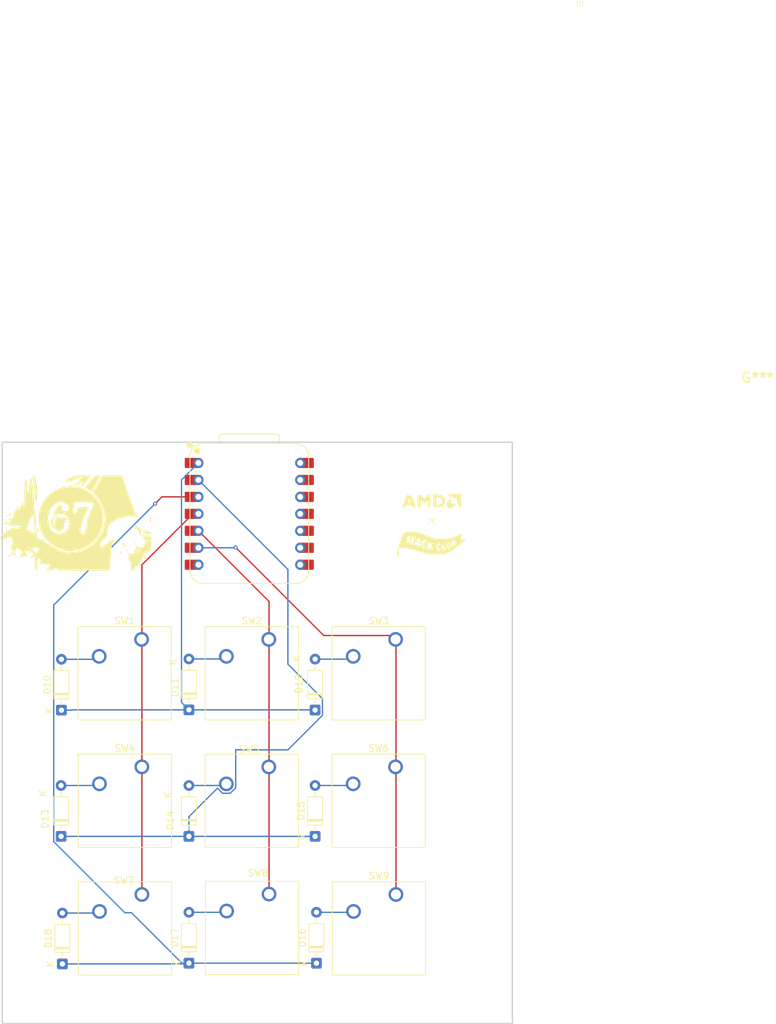
<source format=kicad_pcb>
(kicad_pcb (version 20241229) (generator "pcbnew") (generator_version "9.0")
  (layers (0 "F.Cu" signal) (2 "B.Cu" signal) (13 "F.Paste" user) (15 "B.Paste" user) (5 "F.SilkS" user "F.Silkscreen") (7 "B.SilkS" user "B.Silkscreen") (1 "F.Mask" user) (3 "B.Mask" user) (25 "Edge.Cuts" user))
  (net 0 "")
  (net 1 "raw1")
  (net 2 "Net-(D10-A)")
  (net 3 "Net-(D11-A)")
  (net 4 "Net-(D12-A)")
  (net 5 "Net-(D13-A)")
  (net 6 "raw2")
  (net 7 "Net-(D14-A)")
  (net 8 "Net-(D15-A)")
  (net 9 "raw3")
  (net 10 "Net-(D16-A)")
  (net 11 "Net-(D17-A)")
  (net 12 "Net-(D18-A)")
  (net 13 "col1")
  (net 14 "col2")
  (net 15 "col3")
  (footprint "Button_Switch_Keyboard:SW_Cherry_MX_1.00u_PCB" (layer "F.Cu") (at 136.92 92.43)
    (property "Reference" "SW9" (at -2.54 -2.794 0) (layer "F.SilkS"))
    (property "Value" "SW_Push")
    (pad "" np_thru_hole circle (at -7.62 5.08) (size 1.7 1.7) (drill 1.7) (layers "*.Cu" "*.Mask"))
    (pad "" np_thru_hole circle (at -2.54 5.08) (size 4 4) (drill 4) (layers "*.Cu" "*.Mask"))
    (pad "" np_thru_hole circle (at 2.54 5.08) (size 1.7 1.7) (drill 1.7) (layers "*.Cu" "*.Mask"))
    (pad "1" thru_hole circle (at 0 0) (size 2.2 2.2) (drill 1.5) (layers "*.Cu" "*.Mask") (net 15 "col3"))
    (pad "2" thru_hole circle (at -6.35 2.54) (size 2.2 2.2) (drill 1.5) (layers "*.Cu" "*.Mask") (net 10 "Net-(D16-A)"))
  )
  (footprint "Button_Switch_Keyboard:SW_Cherry_MX_1.00u_PCB" (layer "F.Cu") (at 98.87 92.43)
    (property "Reference" "SW7" (at -2.69 -2.07 0) (layer "F.SilkS"))
    (property "Value" "SW_Push")
    (pad "" np_thru_hole circle (at -7.62 5.08) (size 1.7 1.7) (drill 1.7) (layers "*.Cu" "*.Mask"))
    (pad "" np_thru_hole circle (at -2.54 5.08) (size 4 4) (drill 4) (layers "*.Cu" "*.Mask"))
    (pad "" np_thru_hole circle (at 2.54 5.08) (size 1.7 1.7) (drill 1.7) (layers "*.Cu" "*.Mask"))
    (pad "1" thru_hole circle (at 0 0) (size 2.2 2.2) (drill 1.5) (layers "*.Cu" "*.Mask") (net 13 "col1"))
    (pad "2" thru_hole circle (at -6.35 2.54) (size 2.2 2.2) (drill 1.5) (layers "*.Cu" "*.Mask") (net 12 "Net-(D18-A)"))
  )
  (footprint "Diode_THT:D_DO-35_SOD27_P7.62mm_Horizontal" (layer "F.Cu") (at 86.76 83.73 90)
    (property "Reference" "D13" (at 2.62 -2.4 90) (layer "F.SilkS"))
    (property "Value" "1N4148")
    (fp_text user "K" (at 6.43 -2.72 90) (layer "F.SilkS"))
    (pad "1" thru_hole roundrect (at 0 0 90) (size 1.6 1.6) (drill 0.8) (layers "*.Cu" "*.Mask") (roundrect_rratio 0.15625) (net 6 "raw2"))
    (pad "2" thru_hole circle (at 7.62 0 90) (size 1.6 1.6) (drill 0.8) (layers "*.Cu" "*.Mask") (net 5 "Net-(D13-A)"))
  )
  (footprint "Button_Switch_Keyboard:SW_Cherry_MX_1.00u_PCB" (layer "F.Cu") (at 117.87 54.23)
    (property "Reference" "SW2" (at -2.54 -2.794 0) (layer "F.SilkS"))
    (property "Value" "SW_Push")
    (pad "" np_thru_hole circle (at -7.62 5.08) (size 1.7 1.7) (drill 1.7) (layers "*.Cu" "*.Mask"))
    (pad "" np_thru_hole circle (at -2.54 5.08) (size 4 4) (drill 4) (layers "*.Cu" "*.Mask"))
    (pad "" np_thru_hole circle (at 2.54 5.08) (size 1.7 1.7) (drill 1.7) (layers "*.Cu" "*.Mask"))
    (pad "1" thru_hole circle (at 0 0) (size 2.2 2.2) (drill 1.5) (layers "*.Cu" "*.Mask") (net 14 "col2"))
    (pad "2" thru_hole circle (at -6.35 2.54) (size 2.2 2.2) (drill 1.5) (layers "*.Cu" "*.Mask") (net 3 "Net-(D11-A)"))
  )
  (footprint "Button_Switch_Keyboard:SW_Cherry_MX_1.00u_PCB" (layer "F.Cu") (at 117.91 92.37)
    (property "Reference" "SW8" (at -1.66 -3.17 0) (layer "F.SilkS"))
    (property "Value" "SW_Push")
    (pad "" np_thru_hole circle (at -7.62 5.08) (size 1.7 1.7) (drill 1.7) (layers "*.Cu" "*.Mask"))
    (pad "" np_thru_hole circle (at -2.54 5.08) (size 4 4) (drill 4) (layers "*.Cu" "*.Mask"))
    (pad "" np_thru_hole circle (at 2.54 5.08) (size 1.7 1.7) (drill 1.7) (layers "*.Cu" "*.Mask"))
    (pad "1" thru_hole circle (at 0 0) (size 2.2 2.2) (drill 1.5) (layers "*.Cu" "*.Mask") (net 14 "col2"))
    (pad "2" thru_hole circle (at -6.35 2.54) (size 2.2 2.2) (drill 1.5) (layers "*.Cu" "*.Mask") (net 11 "Net-(D17-A)"))
  )
  (footprint "LOGO" (layer "F.Cu") (at 191.1 15.05)
    (property "Reference" "G***" (at 0 0 0) (layer "F.SilkS") (effects (font (size 1.5 1.5) (thickness 0.3))))
    (property "Value" "LOGO" (hide yes))
  )
  (footprint "Diode_THT:D_DO-35_SOD27_P7.62mm_Horizontal" (layer "F.Cu") (at 105.91 102.72 90)
    (property "Reference" "D17" (at 3.81 -2.12 90) (layer "F.SilkS"))
    (property "Value" "1N4148")
    (fp_text user "K" (at 0 -1.8 90) (layer "F.SilkS"))
    (pad "1" thru_hole roundrect (at 0 0 90) (size 1.6 1.6) (drill 0.8) (layers "*.Cu" "*.Mask") (roundrect_rratio 0.15625) (net 9 "raw3"))
    (pad "2" thru_hole circle (at 7.62 0 90) (size 1.6 1.6) (drill 0.8) (layers "*.Cu" "*.Mask") (net 11 "Net-(D17-A)"))
  )
  (footprint "Diode_THT:D_DO-35_SOD27_P7.62mm_Horizontal" (layer "F.Cu") (at 105.91 83.73 90)
    (property "Reference" "D14" (at 2.37 -2.8 90) (layer "F.SilkS"))
    (property "Value" "1N4148")
    (fp_text user "K" (at 6.18 -3.12 90) (layer "F.SilkS"))
    (pad "1" thru_hole roundrect (at 0 0 90) (size 1.6 1.6) (drill 0.8) (layers "*.Cu" "*.Mask") (roundrect_rratio 0.15625) (net 6 "raw2"))
    (pad "2" thru_hole circle (at 7.62 0 90) (size 1.6 1.6) (drill 0.8) (layers "*.Cu" "*.Mask") (net 7 "Net-(D14-A)"))
  )
  (footprint "Diode_THT:D_DO-35_SOD27_P7.62mm_Horizontal" (layer "F.Cu") (at 124.81 83.73 90)
    (property "Reference" "D15" (at 3.81 -2.12 90) (layer "F.SilkS"))
    (property "Value" "1N4148")
    (fp_text user "K" (at 0 -1.8 90) (layer "F.SilkS"))
    (pad "1" thru_hole roundrect (at 0 0 90) (size 1.6 1.6) (drill 0.8) (layers "*.Cu" "*.Mask") (roundrect_rratio 0.15625) (net 6 "raw2"))
    (pad "2" thru_hole circle (at 7.62 0 90) (size 1.6 1.6) (drill 0.8) (layers "*.Cu" "*.Mask") (net 8 "Net-(D15-A)"))
  )
  (footprint "Diode_THT:D_DO-35_SOD27_P7.62mm_Horizontal" (layer "F.Cu") (at 105.91 64.78 90)
    (property "Reference" "D11" (at 3.36 -2.07 90) (layer "F.SilkS"))
    (property "Value" "1N4148")
    (fp_text user "K" (at 7.17 -2.39 90) (layer "F.SilkS"))
    (pad "1" thru_hole roundrect (at 0 0 90) (size 1.6 1.6) (drill 0.8) (layers "*.Cu" "*.Mask") (roundrect_rratio 0.15625) (net 1 "raw1"))
    (pad "2" thru_hole circle (at 7.62 0 90) (size 1.6 1.6) (drill 0.8) (layers "*.Cu" "*.Mask") (net 3 "Net-(D11-A)"))
  )
  (footprint "Button_Switch_Keyboard:SW_Cherry_MX_1.00u_PCB" (layer "F.Cu") (at 98.86 73.32)
    (property "Reference" "SW4" (at -2.54 -2.794 0) (layer "F.SilkS"))
    (property "Value" "SW_Push")
    (pad "" np_thru_hole circle (at -7.62 5.08) (size 1.7 1.7) (drill 1.7) (layers "*.Cu" "*.Mask"))
    (pad "" np_thru_hole circle (at -2.54 5.08) (size 4 4) (drill 4) (layers "*.Cu" "*.Mask"))
    (pad "" np_thru_hole circle (at 2.54 5.08) (size 1.7 1.7) (drill 1.7) (layers "*.Cu" "*.Mask"))
    (pad "1" thru_hole circle (at 0 0) (size 2.2 2.2) (drill 1.5) (layers "*.Cu" "*.Mask") (net 13 "col1"))
    (pad "2" thru_hole circle (at -6.35 2.54) (size 2.2 2.2) (drill 1.5) (layers "*.Cu" "*.Mask") (net 5 "Net-(D13-A)"))
  )
  (footprint "Button_Switch_Keyboard:SW_Cherry_MX_1.00u_PCB" (layer "F.Cu") (at 98.82 54.23)
    (property "Reference" "SW1" (at -2.54 -2.794 0) (layer "F.SilkS"))
    (property "Value" "SW_Push")
    (pad "" np_thru_hole circle (at -7.62 5.08) (size 1.7 1.7) (drill 1.7) (layers "*.Cu" "*.Mask"))
    (pad "" np_thru_hole circle (at -2.54 5.08) (size 4 4) (drill 4) (layers "*.Cu" "*.Mask"))
    (pad "" np_thru_hole circle (at 2.54 5.08) (size 1.7 1.7) (drill 1.7) (layers "*.Cu" "*.Mask"))
    (pad "1" thru_hole circle (at 0 0) (size 2.2 2.2) (drill 1.5) (layers "*.Cu" "*.Mask") (net 13 "col1"))
    (pad "2" thru_hole circle (at -6.35 2.54) (size 2.2 2.2) (drill 1.5) (layers "*.Cu" "*.Mask") (net 2 "Net-(D10-A)"))
  )
  (footprint "Diode_THT:D_DO-35_SOD27_P7.62mm_Horizontal" (layer "F.Cu") (at 86.96 102.83 90)
    (property "Reference" "D18" (at 3.81 -2.12 90) (layer "F.SilkS"))
    (property "Value" "1N4148")
    (fp_text user "K" (at 0 -1.8 90) (layer "F.SilkS"))
    (pad "1" thru_hole roundrect (at 0 0 90) (size 1.6 1.6) (drill 0.8) (layers "*.Cu" "*.Mask") (roundrect_rratio 0.15625) (net 9 "raw3"))
    (pad "2" thru_hole circle (at 7.62 0 90) (size 1.6 1.6) (drill 0.8) (layers "*.Cu" "*.Mask") (net 12 "Net-(D18-A)"))
  )
  (footprint "Diode_THT:D_DO-35_SOD27_P7.62mm_Horizontal" (layer "F.Cu") (at 125.01 102.72 90)
    (property "Reference" "D16" (at 3.81 -2.12 90) (layer "F.SilkS"))
    (property "Value" "1N4148")
    (fp_text user "K" (at 0 -1.8 90) (layer "F.SilkS"))
    (pad "1" thru_hole roundrect (at 0 0 90) (size 1.6 1.6) (drill 0.8) (layers "*.Cu" "*.Mask") (roundrect_rratio 0.15625) (net 9 "raw3"))
    (pad "2" thru_hole circle (at 7.62 0 90) (size 1.6 1.6) (drill 0.8) (layers "*.Cu" "*.Mask") (net 10 "Net-(D16-A)"))
  )
  (footprint "Diode_THT:D_DO-35_SOD27_P7.62mm_Horizontal" (layer "F.Cu") (at 86.81 64.83 90)
    (property "Reference" "D10" (at 3.81 -2.12 90) (layer "F.SilkS"))
    (property "Value" "1N4148")
    (fp_text user "K" (at 0 -1.8 90) (layer "F.SilkS"))
    (pad "1" thru_hole roundrect (at 0 0 90) (size 1.6 1.6) (drill 0.8) (layers "*.Cu" "*.Mask") (roundrect_rratio 0.15625) (net 1 "raw1"))
    (pad "2" thru_hole circle (at 7.62 0 90) (size 1.6 1.6) (drill 0.8) (layers "*.Cu" "*.Mask") (net 2 "Net-(D10-A)"))
  )
  (footprint "LOGO" (layer "F.Cu") (at 87.55 36.8)
    (property "Reference" "G***" (at 0 0 0) (layer "F.SilkS") (effects (font (size 1.5 1.5) (thickness 0.3))))
    (property "Value" "LOGO" (hide yes))
  )
  (footprint "Diode_THT:D_DO-35_SOD27_P7.62mm_Horizontal" (layer "F.Cu") (at 124.81 64.81 90)
    (property "Reference" "D12" (at 3.92 -2.4 90) (layer "F.SilkS"))
    (property "Value" "1N4148")
    (fp_text user "K" (at 7.73 -2.72 90) (layer "F.SilkS"))
    (pad "1" thru_hole roundrect (at 0 0 90) (size 1.6 1.6) (drill 0.8) (layers "*.Cu" "*.Mask") (roundrect_rratio 0.15625) (net 1 "raw1"))
    (pad "2" thru_hole circle (at 7.62 0 90) (size 1.6 1.6) (drill 0.8) (layers "*.Cu" "*.Mask") (net 4 "Net-(D12-A)"))
  )
  (footprint "Button_Switch_Keyboard:SW_Cherry_MX_1.00u_PCB" (layer "F.Cu") (at 136.86 73.32)
    (property "Reference" "SW6" (at -2.54 -2.794 0) (layer "F.SilkS"))
    (property "Value" "SW_Push")
    (pad "" np_thru_hole circle (at -7.62 5.08) (size 1.7 1.7) (drill 1.7) (layers "*.Cu" "*.Mask"))
    (pad "" np_thru_hole circle (at -2.54 5.08) (size 4 4) (drill 4) (layers "*.Cu" "*.Mask"))
    (pad "" np_thru_hole circle (at 2.54 5.08) (size 1.7 1.7) (drill 1.7) (layers "*.Cu" "*.Mask"))
    (pad "1" thru_hole circle (at 0 0) (size 2.2 2.2) (drill 1.5) (layers "*.Cu" "*.Mask") (net 15 "col3"))
    (pad "2" thru_hole circle (at -6.35 2.54) (size 2.2 2.2) (drill 1.5) (layers "*.Cu" "*.Mask") (net 8 "Net-(D15-A)"))
  )
  (footprint "Button_Switch_Keyboard:SW_Cherry_MX_1.00u_PCB" (layer "F.Cu") (at 117.87 73.33)
    (property "Reference" "SW5" (at -2.91 -2.67 0) (layer "F.SilkS"))
    (property "Value" "SW_Push")
    (pad "" np_thru_hole circle (at -7.62 5.08) (size 1.7 1.7) (drill 1.7) (layers "*.Cu" "*.Mask"))
    (pad "" np_thru_hole circle (at -2.54 5.08) (size 4 4) (drill 4) (layers "*.Cu" "*.Mask"))
    (pad "" np_thru_hole circle (at 2.54 5.08) (size 1.7 1.7) (drill 1.7) (layers "*.Cu" "*.Mask"))
    (pad "1" thru_hole circle (at 0 0) (size 2.2 2.2) (drill 1.5) (layers "*.Cu" "*.Mask") (net 14 "col2"))
    (pad "2" thru_hole circle (at -6.35 2.54) (size 2.2 2.2) (drill 1.5) (layers "*.Cu" "*.Mask") (net 7 "Net-(D14-A)"))
  )
  (footprint "Button_Switch_Keyboard:SW_Cherry_MX_1.00u_PCB" (layer "F.Cu") (at 136.87 54.23)
    (property "Reference" "SW3" (at -2.54 -2.794 0) (layer "F.SilkS"))
    (property "Value" "SW_Push")
    (pad "" np_thru_hole circle (at -7.62 5.08) (size 1.7 1.7) (drill 1.7) (layers "*.Cu" "*.Mask"))
    (pad "" np_thru_hole circle (at -2.54 5.08) (size 4 4) (drill 4) (layers "*.Cu" "*.Mask"))
    (pad "" np_thru_hole circle (at 2.54 5.08) (size 1.7 1.7) (drill 1.7) (layers "*.Cu" "*.Mask"))
    (pad "1" thru_hole circle (at 0 0) (size 2.2 2.2) (drill 1.5) (layers "*.Cu" "*.Mask") (net 15 "col3"))
    (pad "2" thru_hole circle (at -6.35 2.54) (size 2.2 2.2) (drill 1.5) (layers "*.Cu" "*.Mask") (net 4 "Net-(D12-A)"))
  )
  (footprint "opl:XIAO-RP2040-DIP" (layer "F.Cu") (at 114.955 35.43)
    (property "Reference" "U1" (at 49.6 -76.4 0) (layer "F.SilkS") (effects (font (size 0.635 0.635) (thickness 0.1016))))
    (property "Value" "XIAO-RP2040-DIP")
    (pad "1" smd roundrect (at -8.455 -7.62 180) (size 2.432 1.524) (layers "F.Cu" "F.Mask") (roundrect_rratio 0.1) (net 1 "raw1"))
    (pad "1" thru_hole circle (at -7.62 -7.62 180) (size 1.524 1.524) (drill 0.889) (layers "*.Cu" "*.Mask") (net 1 "raw1"))
    (pad "2" smd roundrect (at -8.455 -5.08 180) (size 2.432 1.524) (layers "F.Cu" "F.Mask") (roundrect_rratio 0.1) (net 6 "raw2"))
    (pad "2" thru_hole circle (at -7.62 -5.08 180) (size 1.524 1.524) (drill 0.889) (layers "*.Cu" "*.Mask") (net 6 "raw2"))
    (pad "3" smd roundrect (at -8.455 -2.54 180) (size 2.432 1.524) (layers "F.Cu" "F.Mask") (roundrect_rratio 0.1) (net 9 "raw3"))
    (pad "3" thru_hole circle (at -7.62 -2.54 180) (size 1.524 1.524) (drill 0.889) (layers "*.Cu" "*.Mask") (net 9 "raw3"))
    (pad "4" smd roundrect (at -8.455 0 180) (size 2.432 1.524) (layers "F.Cu" "F.Mask") (roundrect_rratio 0.1) (net 13 "col1"))
    (pad "4" thru_hole circle (at -7.62 0 180) (size 1.524 1.524) (drill 0.889) (layers "*.Cu" "*.Mask") (net 13 "col1"))
    (pad "5" smd roundrect (at -8.455 2.54 180) (size 2.432 1.524) (layers "F.Cu" "F.Mask") (roundrect_rratio 0.1) (net 14 "col2"))
    (pad "5" thru_hole circle (at -7.62 2.54 180) (size 1.524 1.524) (drill 0.889) (layers "*.Cu" "*.Mask") (net 14 "col2"))
    (pad "6" smd roundrect (at -8.455 5.08 180) (size 2.432 1.524) (layers "F.Cu" "F.Mask") (roundrect_rratio 0.1) (net 15 "col3"))
    (pad "6" thru_hole circle (at -7.62 5.08 180) (size 1.524 1.524) (drill 0.889) (layers "*.Cu" "*.Mask") (net 15 "col3"))
    (pad "7" smd roundrect (at -8.455 7.62 180) (size 2.432 1.524) (layers "F.Cu" "F.Mask") (roundrect_rratio 0.1))
    (pad "7" thru_hole circle (at -7.62 7.62 180) (size 1.524 1.524) (drill 0.889) (layers "*.Cu" "*.Mask"))
    (pad "8" thru_hole circle (at 7.62 7.62) (size 1.524 1.524) (drill 0.889) (layers "*.Cu" "*.Mask"))
    (pad "8" smd roundrect (at 8.455 7.62) (size 2.432 1.524) (layers "F.Cu" "F.Mask") (roundrect_rratio 0.1))
    (pad "9" thru_hole circle (at 7.62 5.08) (size 1.524 1.524) (drill 0.889) (layers "*.Cu" "*.Mask"))
    (pad "9" smd roundrect (at 8.455 5.08) (size 2.432 1.524) (layers "F.Cu" "F.Mask") (roundrect_rratio 0.1))
    (pad "10" thru_hole circle (at 7.62 2.54) (size 1.524 1.524) (drill 0.889) (layers "*.Cu" "*.Mask"))
    (pad "10" smd roundrect (at 8.455 2.54) (size 2.432 1.524) (layers "F.Cu" "F.Mask") (roundrect_rratio 0.1))
    (pad "11" thru_hole circle (at 7.62 0) (size 1.524 1.524) (drill 0.889) (layers "*.Cu" "*.Mask"))
    (pad "11" smd roundrect (at 8.455 0) (size 2.432 1.524) (layers "F.Cu" "F.Mask") (roundrect_rratio 0.1))
    (pad "12" thru_hole circle (at 7.62 -2.54) (size 1.524 1.524) (drill 0.889) (layers "*.Cu" "*.Mask"))
    (pad "12" smd roundrect (at 8.455 -2.54) (size 2.432 1.524) (layers "F.Cu" "F.Mask") (roundrect_rratio 0.1))
    (pad "13" thru_hole circle (at 7.62 -5.08) (size 1.524 1.524) (drill 0.889) (layers "*.Cu" "*.Mask"))
    (pad "13" smd roundrect (at 8.455 -5.08) (size 2.432 1.524) (layers "F.Cu" "F.Mask") (roundrect_rratio 0.1))
    (pad "14" thru_hole circle (at 7.62 -7.62) (size 1.524 1.524) (drill 0.889) (layers "*.Cu" "*.Mask"))
    (pad "14" smd roundrect (at 8.455 -7.62) (size 2.432 1.524) (layers "F.Cu" "F.Mask") (roundrect_rratio 0.1))
  )
  (gr_rect (start 77.95 24.7) (end 154.35 111.75) (stroke (width 0.2)) (fill no) (layer "Edge.Cuts"))
  (segment (start 107.335 27.81) (end 104.8 30.345) (width 0.2) (layer "B.Cu") (net 1))
  (segment (start 88.37 64.83) (end 88.42 64.78) (width 0.2) (layer "B.Cu") (net 1))
  (segment (start 88.42 64.78) (end 105.91 64.78) (width 0.2) (layer "B.Cu") (net 1))
  (segment (start 124.78 64.78) (end 124.81 64.81) (width 0.2) (layer "B.Cu") (net 1))
  (segment (start 104.8 30.345) (end 104.8 63.67) (width 0.2) (layer "B.Cu") (net 1))
  (segment (start 105.91 64.78) (end 124.78 64.78) (width 0.2) (layer "B.Cu") (net 1))
  (segment (start 86.81 64.83) (end 88.37 64.83) (width 0.2) (layer "B.Cu") (net 1))
  (segment (start 104.8 63.67) (end 105.91 64.78) (width 0.2) (layer "B.Cu") (net 1))
  (segment (start 92.03 57.21) (end 92.47 56.77) (width 0.2) (layer "B.Cu") (net 2))
  (segment (start 86.81 57.21) (end 92.03 57.21) (width 0.2) (layer "B.Cu") (net 2))
  (segment (start 105.91 57.16) (end 111.13 57.16) (width 0.2) (layer "B.Cu") (net 3))
  (segment (start 111.13 57.16) (end 111.52 56.77) (width 0.2) (layer "B.Cu") (net 3))
  (segment (start 130.1 57.19) (end 130.52 56.77) (width 0.2) (layer "B.Cu") (net 4))
  (segment (start 124.81 57.19) (end 130.1 57.19) (width 0.2) (layer "B.Cu") (net 4))
  (segment (start 86.76 76.11) (end 92.26 76.11) (width 0.2) (layer "B.Cu") (net 5))
  (segment (start 92.26 76.11) (end 92.51 75.86) (width 0.2) (layer "B.Cu") (net 5))
  (segment (start 86.76 83.73) (end 105.91 83.73) (width 0.2) (layer "B.Cu") (net 6))
  (segment (start 105.91 80.780686) (end 110.179686 76.511) (width 0.2) (layer "B.Cu") (net 6))
  (segment (start 120.73516 70.771) (end 125.911 65.59516) (width 0.2) (layer "B.Cu") (net 6))
  (segment (start 112.921 70.771) (end 120.73516 70.771) (width 0.2) (layer "B.Cu") (net 6))
  (segment (start 112.100314 77.271) (end 112.921 76.450314) (width 0.2) (layer "B.Cu") (net 6))
  (segment (start 112.921 76.450314) (end 112.921 70.771) (width 0.2) (layer "B.Cu") (net 6))
  (segment (start 125.911 63.11253) (end 120.73516 57.93669) (width 0.2) (layer "B.Cu") (net 6))
  (segment (start 120.73516 43.75016) (end 107.335 30.35) (width 0.2) (layer "B.Cu") (net 6))
  (segment (start 125.911 65.59516) (end 125.911 63.11253) (width 0.2) (layer "B.Cu") (net 6))
  (segment (start 120.73516 57.93669) (end 120.73516 43.75016) (width 0.2) (layer "B.Cu") (net 6))
  (segment (start 110.179686 76.511) (end 110.939686 77.271) (width 0.2) (layer "B.Cu") (net 6))
  (segment (start 110.939686 77.271) (end 112.100314 77.271) (width 0.2) (layer "B.Cu") (net 6))
  (segment (start 105.91 83.73) (end 105.91 80.780686) (width 0.2) (layer "B.Cu") (net 6))
  (segment (start 105.91 83.73) (end 124.81 83.73) (width 0.2) (layer "B.Cu") (net 6))
  (segment (start 111.28 76.11) (end 111.52 75.87) (width 0.2) (layer "B.Cu") (net 7))
  (segment (start 105.91 76.11) (end 111.28 76.11) (width 0.2) (layer "B.Cu") (net 7))
  (segment (start 110.59 76.11) (end 111.35 76.87) (width 0.2) (layer "B.Cu") (net 7))
  (segment (start 105.91 76.11) (end 110.59 76.11) (width 0.2) (layer "B.Cu") (net 7))
  (segment (start 124.81 76.11) (end 130.26 76.11) (width 0.2) (layer "B.Cu") (net 8))
  (segment (start 130.26 76.11) (end 130.51 75.86) (width 0.2) (layer "B.Cu") (net 8))
  (segment (start 100.85 33.9) (end 101.86 32.89) (width 0.2) (layer "F.Cu") (net 9))
  (segment (start 101.86 32.89) (end 107.335 32.89) (width 0.2) (layer "F.Cu") (net 9))
  (via (at 100.85 33.9) (size 0.6) (drill 0.3) (layers "F.Cu" "B.Cu") (net 9))
  (segment (start 86.96 102.83) (end 105.8 102.83) (width 0.2) (layer "B.Cu") (net 9))
  (segment (start 97.303816 95.159) (end 96.30284 95.159) (width 0.2) (layer "B.Cu") (net 9))
  (segment (start 85.659 84.51516) (end 85.659 49.091) (width 0.2) (layer "B.Cu") (net 9))
  (segment (start 96.30284 95.159) (end 85.659 84.51516) (width 0.2) (layer "B.Cu") (net 9))
  (segment (start 105.91 102.72) (end 125.01 102.72) (width 0.2) (layer "B.Cu") (net 9))
  (segment (start 104.864816 102.72) (end 97.303816 95.159) (width 0.2) (layer "B.Cu") (net 9))
  (segment (start 105.8 102.83) (end 105.91 102.72) (width 0.2) (layer "B.Cu") (net 9))
  (segment (start 105.91 102.72) (end 104.864816 102.72) (width 0.2) (layer "B.Cu") (net 9))
  (segment (start 85.659 49.091) (end 100.85 33.9) (width 0.2) (layer "B.Cu") (net 9))
  (segment (start 130.44 95.1) (end 130.57 94.97) (width 0.2) (layer "B.Cu") (net 10))
  (segment (start 125.01 95.1) (end 130.44 95.1) (width 0.2) (layer "B.Cu") (net 10))
  (segment (start 105.91 95.1) (end 111.37 95.1) (width 0.2) (layer "B.Cu") (net 11))
  (segment (start 111.37 95.1) (end 111.56 94.91) (width 0.2) (layer "B.Cu") (net 11))
  (segment (start 86.96 95.21) (end 92.28 95.21) (width 0.2) (layer "B.Cu") (net 12))
  (segment (start 92.28 95.21) (end 92.52 94.97) (width 0.2) (layer "B.Cu") (net 12))
  (segment (start 98.87 92.43) (end 98.87 43.06) (width 0.2) (layer "F.Cu") (net 13))
  (segment (start 98.87 43.06) (end 106.5 35.43) (width 0.2) (layer "F.Cu") (net 13))
  (segment (start 117.91 48.545) (end 107.335 37.97) (width 0.2) (layer "F.Cu") (net 14))
  (segment (start 117.91 92.37) (end 117.91 48.545) (width 0.2) (layer "F.Cu") (net 14))
  (segment (start 136.92 92.43) (end 136.92 54.28) (width 0.2) (layer "F.Cu") (net 15))
  (segment (start 136.92 54.28) (end 136.87 54.23) (width 0.2) (layer "F.Cu") (net 15))
  (segment (start 136.8 53.65) (end 126.1 53.65) (width 0.2) (layer "F.Cu") (net 15))
  (segment (start 136.87 54.23) (end 136.87 53.72) (width 0.2) (layer "F.Cu") (net 15))
  (segment (start 126.1 53.65) (end 112.9 40.45) (width 0.2) (layer "F.Cu") (net 15))
  (segment (start 136.87 53.72) (end 136.8 53.65) (width 0.2) (layer "F.Cu") (net 15))
  (via (at 112.9 40.45) (size 0.6) (drill 0.3) (layers "F.Cu" "B.Cu") (net 15))
  (segment (start 112.9 40.45) (end 112.84 40.51) (width 0.2) (layer "B.Cu") (net 15))
  (segment (start 112.84 40.51) (end 107.335 40.51) (width 0.2) (layer "B.Cu") (net 15))
)
</source>
